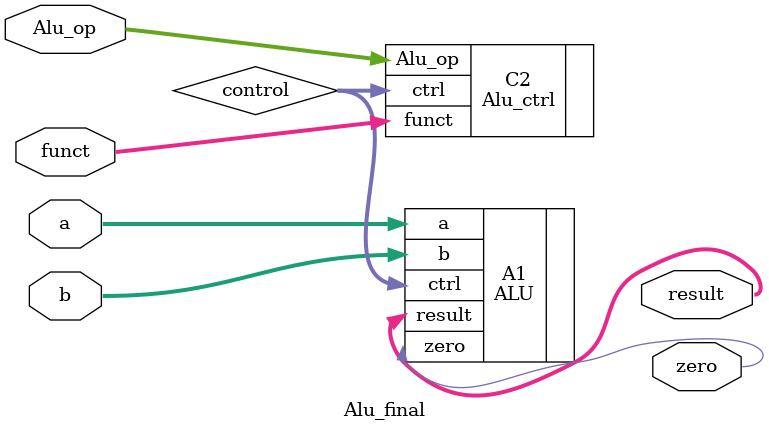
<source format=v>
`timescale 1ns / 1ps
module Alu_final(
    input [31:0] a,
    input [31:0] b,
    input [1:0] Alu_op,
    input [5:0] funct,
    output zero,
    output [31:0] result
    );
	 
	 wire [5:0] control;
	 
	 ALU A1(
	 .a(a),
	 .b(b),
	 .ctrl(control),
	 .zero (zero),
	 .result (result)
	 );
	 
	 Alu_ctrl C2(
	 .Alu_op(Alu_op),
	 .funct(funct),
	 .ctrl(control)
	 );


endmodule

</source>
